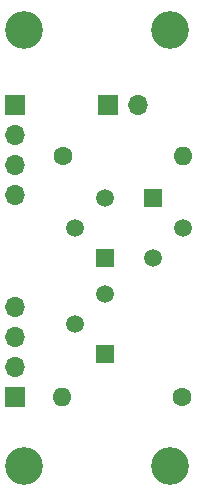
<source format=gts>
%TF.GenerationSoftware,KiCad,Pcbnew,9.0.0*%
%TF.CreationDate,2025-03-07T11:18:17-05:00*%
%TF.ProjectId,current_sink,63757272-656e-4745-9f73-696e6b2e6b69,rev?*%
%TF.SameCoordinates,Original*%
%TF.FileFunction,Soldermask,Top*%
%TF.FilePolarity,Negative*%
%FSLAX46Y46*%
G04 Gerber Fmt 4.6, Leading zero omitted, Abs format (unit mm)*
G04 Created by KiCad (PCBNEW 9.0.0) date 2025-03-07 11:18:17*
%MOMM*%
%LPD*%
G01*
G04 APERTURE LIST*
%ADD10C,3.200000*%
%ADD11C,1.600000*%
%ADD12O,1.600000X1.600000*%
%ADD13R,1.700000X1.700000*%
%ADD14O,1.700000X1.700000*%
%ADD15R,1.500000X1.500000*%
%ADD16C,1.500000*%
G04 APERTURE END LIST*
D10*
%TO.C,H3*%
X16900000Y-41400000D03*
%TD*%
D11*
%TO.C,R2*%
X7820000Y-15100000D03*
D12*
X17980000Y-15100000D03*
%TD*%
D13*
%TO.C,J1*%
X11625000Y-10800000D03*
D14*
X14165000Y-10800000D03*
%TD*%
D15*
%TO.C,U1*%
X11370000Y-31920000D03*
D16*
X8830000Y-29380000D03*
X11370000Y-26840000D03*
%TD*%
D13*
%TO.C,J2*%
X3800000Y-10800000D03*
D14*
X3800000Y-13340000D03*
X3800000Y-15880000D03*
X3800000Y-18420000D03*
%TD*%
D15*
%TO.C,Q1*%
X15430000Y-18660000D03*
D16*
X17970000Y-21200000D03*
X15430000Y-23740000D03*
%TD*%
D10*
%TO.C,H4*%
X16900000Y-4500000D03*
%TD*%
%TO.C,H2*%
X4500000Y-41400000D03*
%TD*%
%TO.C,H1*%
X4500000Y-4500000D03*
%TD*%
D11*
%TO.C,R1*%
X17880000Y-35500000D03*
D12*
X7720000Y-35500000D03*
%TD*%
D13*
%TO.C,J3*%
X3800000Y-35500000D03*
D14*
X3800000Y-32960000D03*
X3800000Y-30420000D03*
X3800000Y-27880000D03*
%TD*%
D15*
%TO.C,Q2*%
X11370000Y-23740000D03*
D16*
X8830000Y-21200000D03*
X11370000Y-18660000D03*
%TD*%
M02*

</source>
